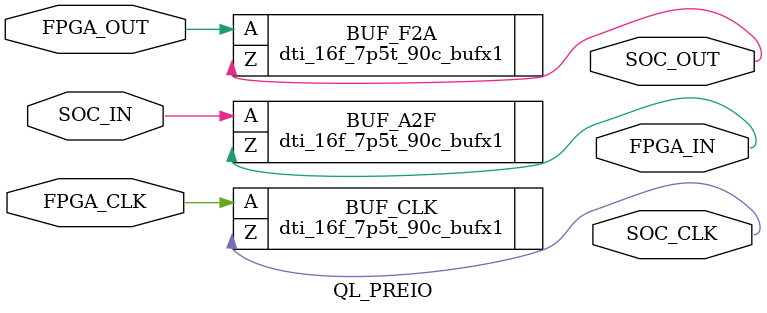
<source format=v>
`timescale 1ns/1ps

module QL_PREIO ( SOC_CLK, SOC_IN, SOC_OUT, FPGA_CLK, FPGA_IN, FPGA_OUT);

  output SOC_CLK;
  input SOC_IN;
  output SOC_OUT;
  input FPGA_CLK;
  output FPGA_IN;
  input FPGA_OUT;

`ifdef TSMC
    BUFFD1BWP7D5T16P96CPDLVT BUF_CLK( .I(FPGA_CLK), .Z(SOC_CLK));
    BUFFD1BWP7D5T16P96CPDLVT BUF_F2A( .I(FPGA_OUT), .Z(SOC_OUT));
    BUFFD1BWP7D5T16P96CPDLVT BUF_A2F( .I(SOC_IN), .Z(FPGA_IN));
`else // DTI
    dti_16f_7p5t_90c_bufx1 BUF_CLK (.A(FPGA_CLK), .Z(SOC_CLK));
    dti_16f_7p5t_90c_bufx1 BUF_F2A (.A(FPGA_OUT), .Z(SOC_OUT));
    dti_16f_7p5t_90c_bufx1 BUF_A2F (.A(SOC_IN), .Z(FPGA_IN));
`endif

endmodule

</source>
